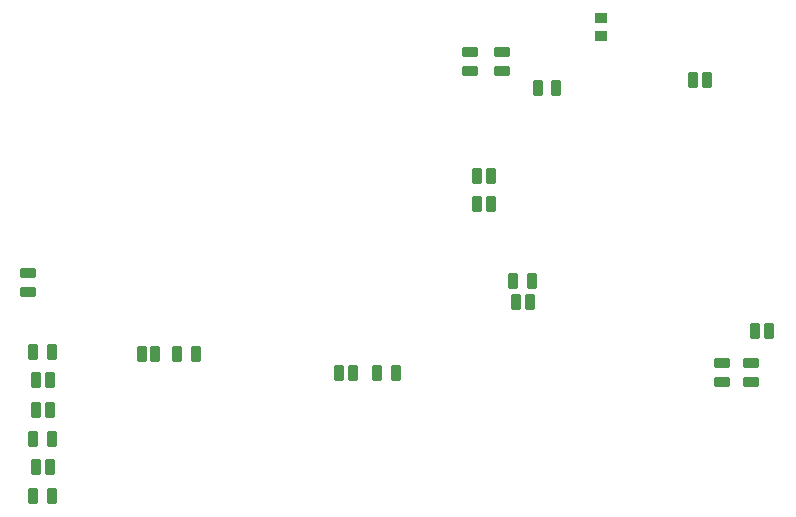
<source format=gbp>
G04 Layer_Color=128*
%FSLAX25Y25*%
%MOIN*%
G70*
G01*
G75*
G04:AMPARAMS|DCode=15|XSize=51.18mil|YSize=35.43mil|CornerRadius=3.54mil|HoleSize=0mil|Usage=FLASHONLY|Rotation=90.000|XOffset=0mil|YOffset=0mil|HoleType=Round|Shape=RoundedRectangle|*
%AMROUNDEDRECTD15*
21,1,0.05118,0.02835,0,0,90.0*
21,1,0.04409,0.03543,0,0,90.0*
1,1,0.00709,0.01417,0.02205*
1,1,0.00709,0.01417,-0.02205*
1,1,0.00709,-0.01417,-0.02205*
1,1,0.00709,-0.01417,0.02205*
%
%ADD15ROUNDEDRECTD15*%
%ADD31R,0.03937X0.03543*%
G04:AMPARAMS|DCode=38|XSize=51.18mil|YSize=35.43mil|CornerRadius=3.54mil|HoleSize=0mil|Usage=FLASHONLY|Rotation=0.000|XOffset=0mil|YOffset=0mil|HoleType=Round|Shape=RoundedRectangle|*
%AMROUNDEDRECTD38*
21,1,0.05118,0.02835,0,0,0.0*
21,1,0.04409,0.03543,0,0,0.0*
1,1,0.00709,0.02205,-0.01417*
1,1,0.00709,-0.02205,-0.01417*
1,1,0.00709,-0.02205,0.01417*
1,1,0.00709,0.02205,0.01417*
%
%ADD38ROUNDEDRECTD38*%
D15*
X96064Y128900D02*
D03*
X91536D02*
D03*
X109650D02*
D03*
X103350D02*
D03*
X169850Y122500D02*
D03*
X176150D02*
D03*
X215350Y153000D02*
D03*
X221650D02*
D03*
X229750Y217600D02*
D03*
X223450D02*
D03*
X55350Y81500D02*
D03*
X61650D02*
D03*
X55350Y100500D02*
D03*
X61650D02*
D03*
X55350Y129500D02*
D03*
X61650D02*
D03*
X157236Y122500D02*
D03*
X161764D02*
D03*
X220764Y146000D02*
D03*
X216236D02*
D03*
X275236Y220000D02*
D03*
X279764D02*
D03*
X203336Y178700D02*
D03*
X207864D02*
D03*
X203336Y188200D02*
D03*
X207864D02*
D03*
X60764Y91000D02*
D03*
X56236D02*
D03*
X60764Y110000D02*
D03*
X56236D02*
D03*
X60764Y120000D02*
D03*
X56236D02*
D03*
X295936Y136500D02*
D03*
X300464D02*
D03*
D31*
X244600Y240950D02*
D03*
Y234650D02*
D03*
D38*
X211500Y229450D02*
D03*
Y223150D02*
D03*
X201000Y229450D02*
D03*
Y223150D02*
D03*
X53500Y149350D02*
D03*
Y155650D02*
D03*
X294500Y119350D02*
D03*
Y125650D02*
D03*
X285000Y119350D02*
D03*
Y125650D02*
D03*
M02*

</source>
